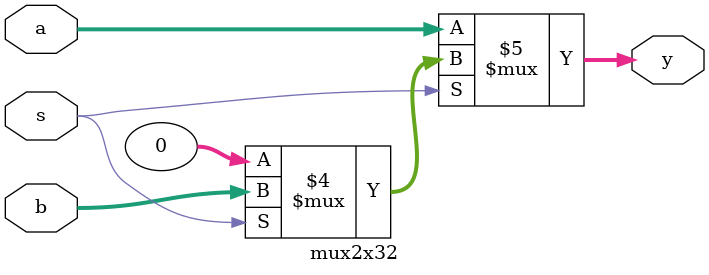
<source format=v>
`timescale 1ns / 1ps

module mux2x32(a,b,s,y);
	input [31:0] a,b; 
	input s; 
	output [31:0] y; 
	assign y = s==1'b0 ? a : s==1'b1 ? b :1'b0;
endmodule

</source>
